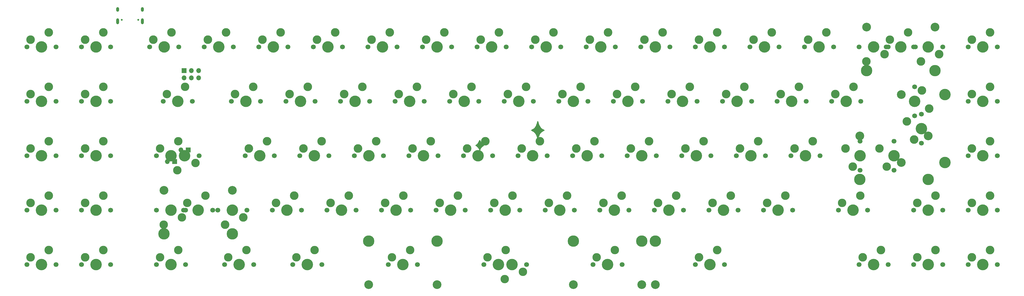
<source format=gbr>
%TF.GenerationSoftware,KiCad,Pcbnew,(5.99.0-11177-g6c67dfa032)*%
%TF.CreationDate,2021-09-17T12:08:35+03:00*%
%TF.ProjectId,SunsetterR2_Hotswap,53756e73-6574-4746-9572-52325f486f74,rev?*%
%TF.SameCoordinates,Original*%
%TF.FileFunction,Soldermask,Top*%
%TF.FilePolarity,Negative*%
%FSLAX46Y46*%
G04 Gerber Fmt 4.6, Leading zero omitted, Abs format (unit mm)*
G04 Created by KiCad (PCBNEW (5.99.0-11177-g6c67dfa032)) date 2021-09-17 12:08:35*
%MOMM*%
%LPD*%
G01*
G04 APERTURE LIST*
%ADD10C,3.987800*%
%ADD11C,3.048000*%
%ADD12C,3.050000*%
%ADD13C,4.000000*%
%ADD14C,1.700000*%
%ADD15C,3.000000*%
%ADD16C,2.950000*%
%ADD17R,1.700000X1.700000*%
%ADD18O,1.700000X1.700000*%
%ADD19C,0.650000*%
%ADD20O,1.000000X2.100000*%
%ADD21O,1.000000X1.600000*%
G04 APERTURE END LIST*
%TO.C,G\u002A\u002A\u002A*%
G36*
X211483147Y-64028486D02*
G01*
X211581227Y-64319602D01*
X211672418Y-64641278D01*
X211935666Y-65412637D01*
X212260004Y-66026004D01*
X212659608Y-66500680D01*
X213148655Y-66855965D01*
X213386935Y-66975479D01*
X213618307Y-67100586D01*
X213757958Y-67217711D01*
X213776647Y-67259567D01*
X213700019Y-67358982D01*
X213505929Y-67485145D01*
X213386935Y-67543655D01*
X212882654Y-67830754D01*
X212469543Y-68211164D01*
X212127453Y-68710772D01*
X211836235Y-69355461D01*
X211722023Y-69682535D01*
X211609791Y-69985574D01*
X211501221Y-70210372D01*
X211421058Y-70307262D01*
X211336800Y-70243905D01*
X211230152Y-70025109D01*
X211125803Y-69717609D01*
X210934498Y-69198466D01*
X210688675Y-68710654D01*
X210419276Y-68309987D01*
X210237273Y-68114794D01*
X210067603Y-67990489D01*
X209798228Y-67818642D01*
X209522050Y-67656310D01*
X209248457Y-67489914D01*
X209051780Y-67347290D01*
X208974741Y-67259567D01*
X209047285Y-67173235D01*
X209240939Y-67047842D01*
X209423922Y-66953791D01*
X209938370Y-66651002D01*
X210354141Y-66261091D01*
X210690176Y-65758118D01*
X210965418Y-65116142D01*
X211112644Y-64641278D01*
X211233612Y-64221491D01*
X211325147Y-63979430D01*
X211403056Y-63915095D01*
X211483147Y-64028486D01*
G37*
G36*
X191234754Y-70639138D02*
G01*
X191342596Y-70844825D01*
X191466654Y-71130777D01*
X191802247Y-71730136D01*
X192288077Y-72224900D01*
X192556111Y-72413877D01*
X192663674Y-72496357D01*
X192654409Y-72576449D01*
X192516379Y-72709375D01*
X192486717Y-72734815D01*
X192237331Y-72936683D01*
X192003951Y-73110540D01*
X191837877Y-73279611D01*
X191644393Y-73552720D01*
X191491658Y-73821190D01*
X191341275Y-74097376D01*
X191213598Y-74293420D01*
X191137668Y-74366065D01*
X191059169Y-74290332D01*
X190931805Y-74092576D01*
X190795125Y-73838809D01*
X190453039Y-73318918D01*
X190073566Y-72969278D01*
X189828978Y-72777211D01*
X189652435Y-72621168D01*
X189588195Y-72544754D01*
X189644584Y-72456210D01*
X189818823Y-72318450D01*
X189969713Y-72222854D01*
X190199944Y-72065040D01*
X190386791Y-71870033D01*
X190568966Y-71589889D01*
X190737522Y-71271926D01*
X190906382Y-70952366D01*
X191050452Y-70707192D01*
X191146955Y-70574083D01*
X191167474Y-70560650D01*
X191234754Y-70639138D01*
G37*
%TD*%
D10*
%TO.C,>NAME*%
X176244250Y-106045000D03*
D11*
X152368250Y-121285000D03*
X176244250Y-121285000D03*
D10*
X152368250Y-106045000D03*
%TD*%
%TO.C,>NAME*%
X252450500Y-106045000D03*
D11*
X152374500Y-121285000D03*
D10*
X152374500Y-106045000D03*
D11*
X252450500Y-121285000D03*
%TD*%
D10*
%TO.C,>NAME*%
X247681750Y-106045000D03*
D11*
X247681750Y-121285000D03*
X223805750Y-121285000D03*
D10*
X223805750Y-106045000D03*
%TD*%
%TO.C,>NAME*%
X323818250Y-84455000D03*
D11*
X347694250Y-69215000D03*
X323818250Y-69215000D03*
D10*
X347694250Y-84455000D03*
%TD*%
D12*
%TO.C,REF\u002A\u002A*%
X338281250Y-54775000D03*
X338281250Y-78575000D03*
D13*
X353521250Y-54775000D03*
X353521250Y-78575000D03*
%TD*%
D10*
%TO.C,>NAME*%
X104806750Y-103505000D03*
D11*
X80930750Y-88265000D03*
X104806750Y-88265000D03*
D10*
X80930750Y-103505000D03*
%TD*%
%TO.C,ST72*%
X350075500Y-46355000D03*
X326199500Y-46355000D03*
D11*
X326199500Y-31115000D03*
X350075500Y-31115000D03*
%TD*%
D14*
%TO.C,K21*%
X114617500Y-57150000D03*
D13*
X109537500Y-57150000D03*
D15*
X105727500Y-54610000D03*
D14*
X104457500Y-57150000D03*
D15*
X112077500Y-52070000D03*
%TD*%
D14*
%TO.C,K80*%
X361632500Y-95250000D03*
D13*
X366712500Y-95250000D03*
D15*
X369252500Y-90170000D03*
X362902500Y-92710000D03*
D14*
X371792500Y-95250000D03*
%TD*%
%TO.C,K35*%
X43180000Y-76200000D03*
X33020000Y-76200000D03*
D13*
X38100000Y-76200000D03*
D15*
X40640000Y-71120000D03*
X34290000Y-73660000D03*
%TD*%
%TO.C,K30*%
X277177500Y-54610000D03*
D13*
X280987500Y-57150000D03*
D14*
X286067500Y-57150000D03*
D15*
X283527500Y-52070000D03*
D14*
X275907500Y-57150000D03*
%TD*%
D13*
%TO.C,K31*%
X300037500Y-57150000D03*
D15*
X296227500Y-54610000D03*
D14*
X305117500Y-57150000D03*
X294957500Y-57150000D03*
D15*
X302577500Y-52070000D03*
%TD*%
D13*
%TO.C,K33*%
X342900000Y-57150000D03*
D14*
X342900000Y-62230000D03*
D15*
X347980000Y-59690000D03*
X345440000Y-53340000D03*
D14*
X342900000Y-52070000D03*
%TD*%
%TO.C,K73*%
X159226250Y-114300000D03*
D16*
X160496250Y-111760000D03*
X166846250Y-109220000D03*
D14*
X169386250Y-114300000D03*
D13*
X164306250Y-114300000D03*
%TD*%
D15*
%TO.C,K51*%
X40640000Y-90170000D03*
D13*
X38100000Y-95250000D03*
D15*
X34290000Y-92710000D03*
D14*
X43180000Y-95250000D03*
X33020000Y-95250000D03*
%TD*%
D15*
%TO.C,K78*%
X343852500Y-111760000D03*
D13*
X347662500Y-114300000D03*
D14*
X342582500Y-114300000D03*
D15*
X350202500Y-109220000D03*
D14*
X352742500Y-114300000D03*
%TD*%
%TO.C,K23*%
X142557500Y-57150000D03*
D15*
X150177500Y-52070000D03*
X143827500Y-54610000D03*
D13*
X147637500Y-57150000D03*
D14*
X152717500Y-57150000D03*
%TD*%
%TO.C,K58*%
X175895000Y-95250000D03*
D13*
X180975000Y-95250000D03*
D14*
X186055000Y-95250000D03*
D15*
X183515000Y-90170000D03*
X177165000Y-92710000D03*
%TD*%
D13*
%TO.C,K56*%
X142875000Y-95250000D03*
D15*
X145415000Y-90170000D03*
D14*
X137795000Y-95250000D03*
X147955000Y-95250000D03*
D15*
X139065000Y-92710000D03*
%TD*%
%TO.C,K9*%
X191452500Y-35560000D03*
X197802500Y-33020000D03*
D14*
X200342500Y-38100000D03*
D13*
X195262500Y-38100000D03*
D14*
X190182500Y-38100000D03*
%TD*%
D13*
%TO.C,K10*%
X214312500Y-38100000D03*
D15*
X210502500Y-35560000D03*
X216852500Y-33020000D03*
D14*
X209232500Y-38100000D03*
X219392500Y-38100000D03*
%TD*%
%TO.C,K6*%
X143192500Y-38100000D03*
D13*
X138112500Y-38100000D03*
D15*
X140652500Y-33020000D03*
X134302500Y-35560000D03*
D14*
X133032500Y-38100000D03*
%TD*%
D15*
%TO.C,K25*%
X188277500Y-52070000D03*
D14*
X190817500Y-57150000D03*
D13*
X185737500Y-57150000D03*
D15*
X181927500Y-54610000D03*
D14*
X180657500Y-57150000D03*
%TD*%
%TO.C,K67*%
X352742500Y-95250000D03*
D15*
X350202500Y-90170000D03*
D13*
X347662500Y-95250000D03*
D14*
X342582500Y-95250000D03*
D15*
X343852500Y-92710000D03*
%TD*%
D14*
%TO.C,K46*%
X261620000Y-76200000D03*
D15*
X269240000Y-71120000D03*
D14*
X271780000Y-76200000D03*
D15*
X262890000Y-73660000D03*
D13*
X266700000Y-76200000D03*
%TD*%
D16*
%TO.C,K49*%
X330676250Y-73660000D03*
D14*
X335756250Y-81280000D03*
X335756250Y-71120000D03*
D13*
X335756250Y-76200000D03*
D16*
X333216250Y-80010000D03*
%TD*%
D14*
%TO.C,K11*%
X228282500Y-38100000D03*
D15*
X229552500Y-35560000D03*
D13*
X233362500Y-38100000D03*
D15*
X235902500Y-33020000D03*
D14*
X238442500Y-38100000D03*
%TD*%
D15*
%TO.C,K14*%
X286702500Y-35560000D03*
X293052500Y-33020000D03*
D14*
X285432500Y-38100000D03*
X295592500Y-38100000D03*
D13*
X290512500Y-38100000D03*
%TD*%
D14*
%TO.C,K49A1*%
X323850000Y-71120000D03*
X323850000Y-81280000D03*
D13*
X323850000Y-76200000D03*
D15*
X318770000Y-73660000D03*
X321310000Y-80010000D03*
%TD*%
D14*
%TO.C,K18*%
X43180000Y-57150000D03*
D15*
X34290000Y-54610000D03*
X40640000Y-52070000D03*
D14*
X33020000Y-57150000D03*
D13*
X38100000Y-57150000D03*
%TD*%
D14*
%TO.C,K66*%
X361632500Y-76200000D03*
D15*
X362902500Y-73660000D03*
D14*
X371792500Y-76200000D03*
D15*
X369252500Y-71120000D03*
D13*
X366712500Y-76200000D03*
%TD*%
%TO.C,K36*%
X57150000Y-76200000D03*
D15*
X59690000Y-71120000D03*
D14*
X62230000Y-76200000D03*
X52070000Y-76200000D03*
D15*
X53340000Y-73660000D03*
%TD*%
D14*
%TO.C,K32*%
X314007500Y-57150000D03*
D13*
X319087500Y-57150000D03*
D15*
X321627500Y-52070000D03*
D14*
X324167500Y-57150000D03*
D15*
X315277500Y-54610000D03*
%TD*%
D17*
%TO.C,LED1*%
X84633750Y-78182000D03*
D18*
X82093750Y-78182000D03*
%TD*%
D14*
%TO.C,K8*%
X171132500Y-38100000D03*
D13*
X176212500Y-38100000D03*
D15*
X178752500Y-33020000D03*
D14*
X181292500Y-38100000D03*
D15*
X172402500Y-35560000D03*
%TD*%
D16*
%TO.C,K72*%
X133508750Y-109220000D03*
D13*
X130968750Y-114300000D03*
D14*
X136048750Y-114300000D03*
X125888750Y-114300000D03*
D16*
X127158750Y-111760000D03*
%TD*%
D14*
%TO.C,K63*%
X271145000Y-95250000D03*
X281305000Y-95250000D03*
D15*
X272415000Y-92710000D03*
D13*
X276225000Y-95250000D03*
D15*
X278765000Y-90170000D03*
%TD*%
D13*
%TO.C,K53*%
X83343750Y-95250000D03*
D16*
X87153750Y-97790000D03*
D14*
X78263750Y-95250000D03*
D16*
X80803750Y-100330000D03*
D14*
X88423750Y-95250000D03*
%TD*%
%TO.C,K22*%
X123507500Y-57150000D03*
X133667500Y-57150000D03*
D13*
X128587500Y-57150000D03*
D15*
X131127500Y-52070000D03*
X124777500Y-54610000D03*
%TD*%
D14*
%TO.C,K7*%
X162242500Y-38100000D03*
D13*
X157162500Y-38100000D03*
D15*
X159702500Y-33020000D03*
D14*
X152082500Y-38100000D03*
D15*
X153352500Y-35560000D03*
%TD*%
%TO.C,K13*%
X267652500Y-35560000D03*
D13*
X271462500Y-38100000D03*
D14*
X276542500Y-38100000D03*
X266382500Y-38100000D03*
D15*
X274002500Y-33020000D03*
%TD*%
D14*
%TO.C,K74A1*%
X207492500Y-114300000D03*
D16*
X199872500Y-119380000D03*
X206222500Y-116840000D03*
D14*
X197332500Y-114300000D03*
D13*
X202412500Y-114300000D03*
%TD*%
D14*
%TO.C,K27*%
X228917500Y-57150000D03*
D15*
X226377500Y-52070000D03*
D13*
X223837500Y-57150000D03*
D15*
X220027500Y-54610000D03*
D14*
X218757500Y-57150000D03*
%TD*%
%TO.C,K43*%
X214630000Y-76200000D03*
D15*
X205740000Y-73660000D03*
D14*
X204470000Y-76200000D03*
D15*
X212090000Y-71120000D03*
D13*
X209550000Y-76200000D03*
%TD*%
D19*
%TO.C,J1*%
X71946250Y-28577600D03*
X66166250Y-28577600D03*
D20*
X73376250Y-29107600D03*
D21*
X64736250Y-24927600D03*
X73376250Y-24927600D03*
D20*
X64736250Y-29107600D03*
%TD*%
D16*
%TO.C,K71*%
X109696250Y-109220000D03*
D13*
X107156250Y-114300000D03*
D16*
X103346250Y-111760000D03*
D14*
X112236250Y-114300000D03*
X102076250Y-114300000D03*
%TD*%
%TO.C,K16A1*%
X343211250Y-38100000D03*
X333051250Y-38100000D03*
D13*
X338131250Y-38100000D03*
D16*
X340671250Y-33020000D03*
X334321250Y-35560000D03*
%TD*%
D14*
%TO.C,K29*%
X267017500Y-57150000D03*
D13*
X261937500Y-57150000D03*
D15*
X258127500Y-54610000D03*
X264477500Y-52070000D03*
D14*
X256857500Y-57150000D03*
%TD*%
%TO.C,K69*%
X52070000Y-114300000D03*
X62230000Y-114300000D03*
D15*
X59690000Y-109220000D03*
D13*
X57150000Y-114300000D03*
D15*
X53340000Y-111760000D03*
%TD*%
%TO.C,K59*%
X196215000Y-92710000D03*
D13*
X200025000Y-95250000D03*
D14*
X205105000Y-95250000D03*
X194945000Y-95250000D03*
D15*
X202565000Y-90170000D03*
%TD*%
D14*
%TO.C,K1*%
X33020000Y-38100000D03*
X43180000Y-38100000D03*
D15*
X34290000Y-35560000D03*
D13*
X38100000Y-38100000D03*
D15*
X40640000Y-33020000D03*
%TD*%
%TO.C,K77*%
X331152500Y-109220000D03*
X324802500Y-111760000D03*
D14*
X323532500Y-114300000D03*
D13*
X328612500Y-114300000D03*
D14*
X333692500Y-114300000D03*
%TD*%
D17*
%TO.C,LED1a1*%
X89396250Y-74143000D03*
D18*
X86856250Y-74143000D03*
%TD*%
D14*
%TO.C,K20*%
X80645000Y-57150000D03*
X90805000Y-57150000D03*
D13*
X85725000Y-57150000D03*
D16*
X88265000Y-52070000D03*
X81915000Y-54610000D03*
%TD*%
D14*
%TO.C,K76*%
X276542500Y-114300000D03*
D15*
X267652500Y-111760000D03*
X274002500Y-109220000D03*
D14*
X266382500Y-114300000D03*
D13*
X271462500Y-114300000D03*
%TD*%
D15*
%TO.C,K45*%
X243840000Y-73660000D03*
X250190000Y-71120000D03*
D14*
X242570000Y-76200000D03*
D13*
X247650000Y-76200000D03*
D14*
X252730000Y-76200000D03*
%TD*%
D15*
%TO.C,K42*%
X186690000Y-73660000D03*
D14*
X195580000Y-76200000D03*
D15*
X193040000Y-71120000D03*
D13*
X190500000Y-76200000D03*
D14*
X185420000Y-76200000D03*
%TD*%
%TO.C,K16*%
X323532500Y-38100000D03*
D13*
X328612500Y-38100000D03*
D15*
X332422500Y-40640000D03*
X326072500Y-43180000D03*
D14*
X333692500Y-38100000D03*
%TD*%
D15*
%TO.C,K44*%
X224790000Y-73660000D03*
D14*
X223520000Y-76200000D03*
D15*
X231140000Y-71120000D03*
D13*
X228600000Y-76200000D03*
D14*
X233680000Y-76200000D03*
%TD*%
D15*
%TO.C,K3*%
X77152500Y-35560000D03*
D14*
X86042500Y-38100000D03*
D15*
X83502500Y-33020000D03*
D14*
X75882500Y-38100000D03*
D13*
X80962500Y-38100000D03*
%TD*%
D14*
%TO.C,K34*%
X371792500Y-38100000D03*
X361632500Y-38100000D03*
D13*
X366712500Y-38100000D03*
D15*
X362902500Y-35560000D03*
X369252500Y-33020000D03*
%TD*%
D14*
%TO.C,K55*%
X128905000Y-95250000D03*
D13*
X123825000Y-95250000D03*
D15*
X126365000Y-90170000D03*
D14*
X118745000Y-95250000D03*
D15*
X120015000Y-92710000D03*
%TD*%
%TO.C,K4*%
X96202500Y-35560000D03*
D14*
X94932500Y-38100000D03*
D15*
X102552500Y-33020000D03*
D13*
X100012500Y-38100000D03*
D14*
X105092500Y-38100000D03*
%TD*%
%TO.C,K70*%
X88423750Y-114300000D03*
D16*
X85883750Y-109220000D03*
D14*
X78263750Y-114300000D03*
D13*
X83343750Y-114300000D03*
D16*
X79533750Y-111760000D03*
%TD*%
D14*
%TO.C,K62*%
X262255000Y-95250000D03*
X252095000Y-95250000D03*
D13*
X257175000Y-95250000D03*
D15*
X253365000Y-92710000D03*
X259715000Y-90170000D03*
%TD*%
D14*
%TO.C,K15*%
X314642500Y-38100000D03*
D13*
X309562500Y-38100000D03*
D15*
X305752500Y-35560000D03*
X312102500Y-33020000D03*
D14*
X304482500Y-38100000D03*
%TD*%
D15*
%TO.C,K61*%
X240665000Y-90170000D03*
D13*
X238125000Y-95250000D03*
D15*
X234315000Y-92710000D03*
D14*
X243205000Y-95250000D03*
X233045000Y-95250000D03*
%TD*%
D13*
%TO.C,K53A1*%
X92868750Y-95250000D03*
D14*
X87788750Y-95250000D03*
D16*
X95408750Y-90170000D03*
D14*
X97948750Y-95250000D03*
D16*
X89058750Y-92710000D03*
%TD*%
D14*
%TO.C,K38*%
X109220000Y-76200000D03*
D15*
X110490000Y-73660000D03*
D14*
X119380000Y-76200000D03*
D15*
X116840000Y-71120000D03*
D13*
X114300000Y-76200000D03*
%TD*%
D14*
%TO.C,K17*%
X342582500Y-38100000D03*
D15*
X351472500Y-40640000D03*
D14*
X352742500Y-38100000D03*
D13*
X347662500Y-38100000D03*
D15*
X345122500Y-43180000D03*
%TD*%
D14*
%TO.C,K68*%
X33020000Y-114300000D03*
D15*
X40640000Y-109220000D03*
D14*
X43180000Y-114300000D03*
D15*
X34290000Y-111760000D03*
D13*
X38100000Y-114300000D03*
%TD*%
D14*
%TO.C,K64*%
X300355000Y-95250000D03*
D13*
X295275000Y-95250000D03*
D15*
X291465000Y-92710000D03*
X297815000Y-90170000D03*
D14*
X290195000Y-95250000D03*
%TD*%
D16*
%TO.C,K65*%
X324008750Y-90170000D03*
D14*
X316388750Y-95250000D03*
D16*
X317658750Y-92710000D03*
D13*
X321468750Y-95250000D03*
D14*
X326548750Y-95250000D03*
%TD*%
%TO.C,K37A1*%
X78263750Y-76200000D03*
D16*
X85883750Y-71120000D03*
X79533750Y-73660000D03*
D13*
X83343750Y-76200000D03*
D14*
X88423750Y-76200000D03*
%TD*%
%TO.C,K28*%
X247967500Y-57150000D03*
D13*
X242887500Y-57150000D03*
D15*
X239077500Y-54610000D03*
X245427500Y-52070000D03*
D14*
X237807500Y-57150000D03*
%TD*%
D13*
%TO.C,K2*%
X57150000Y-38100000D03*
D15*
X59690000Y-33020000D03*
D14*
X52070000Y-38100000D03*
X62230000Y-38100000D03*
D15*
X53340000Y-35560000D03*
%TD*%
%TO.C,K50*%
X362902500Y-54610000D03*
D14*
X371792500Y-57150000D03*
D15*
X369252500Y-52070000D03*
D14*
X361632500Y-57150000D03*
D13*
X366712500Y-57150000D03*
%TD*%
D14*
%TO.C,K12*%
X257492500Y-38100000D03*
D15*
X254952500Y-33020000D03*
X248602500Y-35560000D03*
D13*
X252412500Y-38100000D03*
D14*
X247332500Y-38100000D03*
%TD*%
%TO.C,K41*%
X166370000Y-76200000D03*
D13*
X171450000Y-76200000D03*
D15*
X173990000Y-71120000D03*
D14*
X176530000Y-76200000D03*
D15*
X167640000Y-73660000D03*
%TD*%
D14*
%TO.C,K75*%
X240823750Y-114300000D03*
D16*
X238283750Y-109220000D03*
D13*
X235743750Y-114300000D03*
D14*
X230663750Y-114300000D03*
D16*
X231933750Y-111760000D03*
%TD*%
D14*
%TO.C,K74*%
X202723750Y-114300000D03*
D13*
X197643750Y-114300000D03*
D16*
X200183750Y-109220000D03*
X193833750Y-111760000D03*
D14*
X192563750Y-114300000D03*
%TD*%
D15*
%TO.C,K57*%
X158115000Y-92710000D03*
X164465000Y-90170000D03*
D14*
X156845000Y-95250000D03*
X167005000Y-95250000D03*
D13*
X161925000Y-95250000D03*
%TD*%
%TO.C,K24*%
X166687500Y-57150000D03*
D15*
X162877500Y-54610000D03*
X169227500Y-52070000D03*
D14*
X161607500Y-57150000D03*
X171767500Y-57150000D03*
%TD*%
D13*
%TO.C,K60*%
X219075000Y-95250000D03*
D15*
X215265000Y-92710000D03*
D14*
X224155000Y-95250000D03*
X213995000Y-95250000D03*
D15*
X221615000Y-90170000D03*
%TD*%
D17*
%TO.C,ISP1*%
X87949800Y-46350000D03*
D18*
X87949800Y-48890000D03*
X90489800Y-46350000D03*
X90489800Y-48890000D03*
X93029800Y-46350000D03*
X93029800Y-48890000D03*
%TD*%
D14*
%TO.C,K52*%
X62230000Y-95250000D03*
D15*
X59690000Y-90170000D03*
D13*
X57150000Y-95250000D03*
D14*
X52070000Y-95250000D03*
D15*
X53340000Y-92710000D03*
%TD*%
D13*
%TO.C,K26*%
X204787500Y-57150000D03*
D15*
X207327500Y-52070000D03*
X200977500Y-54610000D03*
D14*
X199707500Y-57150000D03*
X209867500Y-57150000D03*
%TD*%
D13*
%TO.C,K39*%
X133350000Y-76200000D03*
D15*
X129540000Y-73660000D03*
D14*
X138430000Y-76200000D03*
X128270000Y-76200000D03*
D15*
X135890000Y-71120000D03*
%TD*%
D14*
%TO.C,K47*%
X280670000Y-76200000D03*
D15*
X288290000Y-71120000D03*
D13*
X285750000Y-76200000D03*
D14*
X290830000Y-76200000D03*
D15*
X281940000Y-73660000D03*
%TD*%
D14*
%TO.C,K5*%
X124142500Y-38100000D03*
D13*
X119062500Y-38100000D03*
D15*
X121602500Y-33020000D03*
X115252500Y-35560000D03*
D14*
X113982500Y-38100000D03*
%TD*%
D16*
%TO.C,K37*%
X85566250Y-81280000D03*
D14*
X93186250Y-76200000D03*
D13*
X88106250Y-76200000D03*
D14*
X83026250Y-76200000D03*
D16*
X91916250Y-78740000D03*
%TD*%
D15*
%TO.C,K19*%
X59690000Y-52070000D03*
D13*
X57150000Y-57150000D03*
D14*
X52070000Y-57150000D03*
D15*
X53340000Y-54610000D03*
D14*
X62230000Y-57150000D03*
%TD*%
D13*
%TO.C,K54*%
X104775000Y-95250000D03*
D15*
X108585000Y-97790000D03*
D14*
X99695000Y-95250000D03*
D15*
X102235000Y-100330000D03*
D14*
X109855000Y-95250000D03*
%TD*%
%TO.C,K33A1*%
X345281250Y-61595000D03*
D13*
X345281250Y-66675000D03*
D15*
X342741250Y-70485000D03*
D14*
X345281250Y-71755000D03*
D15*
X340201250Y-64135000D03*
%TD*%
D13*
%TO.C,K48*%
X304800000Y-76200000D03*
D14*
X309880000Y-76200000D03*
D15*
X300990000Y-73660000D03*
X307340000Y-71120000D03*
D14*
X299720000Y-76200000D03*
%TD*%
%TO.C,K79*%
X361632500Y-114300000D03*
D15*
X362902500Y-111760000D03*
X369252500Y-109220000D03*
D13*
X366712500Y-114300000D03*
D14*
X371792500Y-114300000D03*
%TD*%
%TO.C,K40*%
X157480000Y-76200000D03*
D15*
X148590000Y-73660000D03*
D13*
X152400000Y-76200000D03*
D14*
X147320000Y-76200000D03*
D15*
X154940000Y-71120000D03*
%TD*%
M02*

</source>
